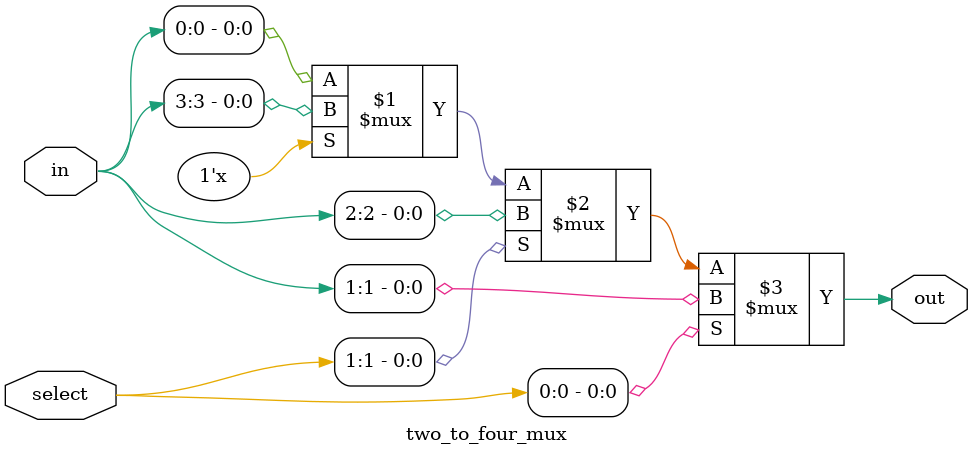
<source format=sv>
`timescale 1ns / 1ps
module simple_microprocessor(btnC,btnU,btnL,btnR,btnD,CLK100MHZ,sw,seg,an);
// inputs
input logic btnC,btnU,btnL,btnR,btnD;
input logic CLK100MHZ;
input logic [15:0] sw;
// outputs
output logic [6:0] seg;
output logic [3:0] an;

// debouncing buttons
logic btnC_dbd,btnL_dbd,btnR_dbd,btnU_dbd,btnD_dbd;
debouncer dbd1(btnC,btnC_dbd,CLK100MHZ,0);
debouncer dbd2(btnR,btnR_dbd,CLK100MHZ,0);
debouncer dbd3(btnL,btnL_dbd,CLK100MHZ,0);
debouncer dbd4(btnU,btnU_dbd,CLK100MHZ,0);
debouncer dbd5(btnD,btnD_dbd,CLK100MHZ,0);

// control block signals
logic [2:0] ALU_operation;
logic PC_enable,RF_we,M_we,M_re,Mux_select,IM_record,RF_record;
logic [2:0] RF_ad1,RF_ad2,RF_wa;
logic [3:0] M_add;
logic isexternal;
logic rst;
assign rst = btnD_dbd;

// seven segment with controller
logic [3:0] S4,S3,S2,S1;
seven_segment_four seven_segment_four_inst(seg,an,S4,S3,S2,S1,CLK100MHZ,rst);

// program counter signals
logic [2:0] PC_address_out;

// instruction memory signals
logic [11:0] IM_data_out;

// instruction register signals
logic [11:0] IR_data_out;

// data memory signals
logic [3:0] M_rd;

// mux2to1 signals
logic [3:0] Mux_out;

// ALU Signals
logic [3:0] ALU_out;

// Register File Signals
logic [3:0] RF_d1,RF_d2;

// control block
control_block_v2 control_block_inst(
.btnC(btnC_dbd),
.btnU(btnU_dbd),
.btnL(btnL_dbd),
.btnR(btnR_dbd),
.ALU_operation(ALU_operation),
.M_re(M_re),
.RF_ad1(RF_ad1),
.RF_ad2(RF_ad2),
.RF_wa(RF_wa),
.RF_we(RF_we),
.M_add(M_add),
.M_we(M_we),
.Mux_select(Mux_select),
.PC_enable(PC_enable),
.IR(IR_data_out),
.isexternal(isexternal),
.IM_record(IM_record),
.RF_record(RF_record),
.clk(CLK100MHZ),
.rst(rst),
.ALU_A(RF_d1),
.ALU_B(RF_d2),
.ALU_Y(ALU_out),
.S4(S4),
.S3(S3),
.S2(S2),
.S1(S1)
);

program_counter program_counter_inst(
.address_out(PC_address_out),
.clk(CLK100MHZ),
.rst(rst),
.enable(PC_enable));

// Instruction Memory
instruction_memory_v2 instruction_memory_inst(
.data_out(IM_data_out),
.clk(CLK100MHZ),
.rst(rst),
.address(PC_address_out),
.isexternal(isexternal),
.switches(sw[11:0]),
.record(IM_record));

// Instruction Register
instruction_register instruction_register_inst(
.data_out(IR_data_out),
.data_in(IM_data_out),
.clk(CLK100MHZ),
.rst(rst));

// data memory
data_memory data_memory_inst(
.M_rd(M_rd),
.M_add(M_add),
.M_we(M_we),
.M_re(M_re),
.M_wd(RF_d1),
.clk(CLK100MHZ),
.rst(rst));

// mux2to1
mux_2_to_1 mux_2_to_1(
.y(Mux_out),
.d0(ALU_out),
.d1(M_rd),
.s(Mux_select));


ALU ALU_inst(
.Y(ALU_out),
.A(RF_d1),
.B(RF_d2),
.F(ALU_operation));


register_file_v2 register_file_inst(
.RF_d1(RF_d1),
.RF_d2(RF_d2),
.RF_ad1(RF_ad1),
.RF_ad2(RF_ad2),
.RF_wa(RF_wa),
.RF_we(RF_we),
.RF_wd(Mux_out),
.clk(CLK100MHZ),
.rst(rst),
.sw(sw[15:9]),
.record(RF_record));

//uygar aras

endmodule
//////////////////////////
//22103277 Uygar Aras sec2 project cs223
////////////////////////////

module Half_Adder (input a, b, output sum, carry); 
 
   assign sum = a ^ b;
   assign carry = a & b;
 
endmodule

//////////////////////////
//22103277 Uygar Aras sec2 project cs223
////////////////////////////


module two_to_four_mux (
	input [1:0] select,
	input [3:0] in,
	output out
	);
	
	assign out = select[0] ? in[1] : (select[1] ? in[2] : (select[2] ? in[3] : in[0]));
	
endmodule

//////////////////////////
//22103277 Uygar Aras sec2 project cs223
////////////////////////////
</source>
